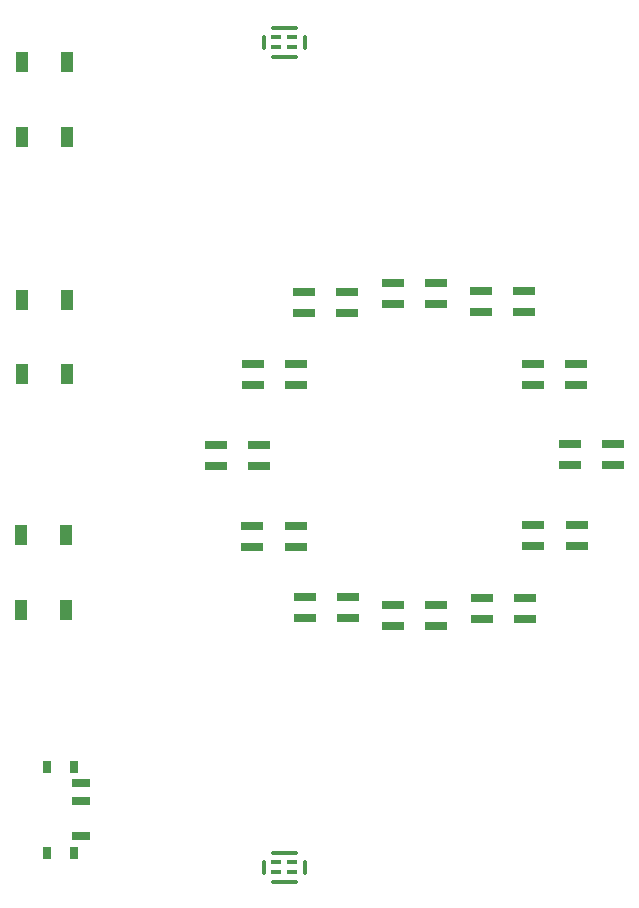
<source format=gbr>
G04 #@! TF.GenerationSoftware,KiCad,Pcbnew,(5.1.6)-1*
G04 #@! TF.CreationDate,2020-08-17T08:46:27-07:00*
G04 #@! TF.ProjectId,Mycroft - Mark 2,4d796372-6f66-4742-902d-204d61726b20,rev?*
G04 #@! TF.SameCoordinates,Original*
G04 #@! TF.FileFunction,Paste,Bot*
G04 #@! TF.FilePolarity,Positive*
%FSLAX46Y46*%
G04 Gerber Fmt 4.6, Leading zero omitted, Abs format (unit mm)*
G04 Created by KiCad (PCBNEW (5.1.6)-1) date 2020-08-17 08:46:27*
%MOMM*%
%LPD*%
G01*
G04 APERTURE LIST*
%ADD10R,1.900000X0.800000*%
%ADD11R,0.950000X0.400000*%
%ADD12R,0.800000X1.000000*%
%ADD13R,1.500000X0.700000*%
%ADD14R,1.000000X1.700000*%
G04 APERTURE END LIST*
D10*
X33991780Y-36038520D03*
X33991780Y-34258520D03*
X37671780Y-36038520D03*
X37671780Y-34258520D03*
X41459380Y-36698920D03*
X41459380Y-34918920D03*
X45139380Y-36698920D03*
X45139380Y-34918920D03*
X45828180Y-42896520D03*
X45828180Y-41116520D03*
X49508180Y-42896520D03*
X49508180Y-41116520D03*
X48977780Y-49703720D03*
X48977780Y-47923720D03*
X52657780Y-49703720D03*
X52657780Y-47923720D03*
X45878980Y-56510920D03*
X45878980Y-54730920D03*
X49558980Y-56510920D03*
X49558980Y-54730920D03*
X41510180Y-62708520D03*
X41510180Y-60928520D03*
X45190180Y-62708520D03*
X45190180Y-60928520D03*
X33991780Y-63318120D03*
X33991780Y-61538120D03*
X37671780Y-63318120D03*
X37671780Y-61538120D03*
X26524180Y-62657720D03*
X26524180Y-60877720D03*
X30204180Y-62657720D03*
X30204180Y-60877720D03*
X22104580Y-56612520D03*
X22104580Y-54832520D03*
X25784580Y-56612520D03*
X25784580Y-54832520D03*
X19005780Y-49754520D03*
X19005780Y-47974520D03*
X22685780Y-49754520D03*
X22685780Y-47974520D03*
X22155380Y-42896520D03*
X22155380Y-41116520D03*
X25835380Y-42896520D03*
X25835380Y-41116520D03*
X26473380Y-36800520D03*
X26473380Y-35020520D03*
X30153380Y-36800520D03*
X30153380Y-35020520D03*
G36*
G01*
X23808330Y-12514120D02*
X25808030Y-12514120D01*
G75*
G02*
X25958180Y-12664270I0J-150150D01*
G01*
X25958180Y-12713970D01*
G75*
G02*
X25808030Y-12864120I-150150J0D01*
G01*
X23808330Y-12864120D01*
G75*
G02*
X23658180Y-12713970I0J150150D01*
G01*
X23658180Y-12664270D01*
G75*
G02*
X23808330Y-12514120I150150J0D01*
G01*
G37*
G36*
G01*
X23808330Y-14964120D02*
X25808030Y-14964120D01*
G75*
G02*
X25958180Y-15114270I0J-150150D01*
G01*
X25958180Y-15163970D01*
G75*
G02*
X25808030Y-15314120I-150150J0D01*
G01*
X23808330Y-15314120D01*
G75*
G02*
X23658180Y-15163970I0J150150D01*
G01*
X23658180Y-15114270D01*
G75*
G02*
X23808330Y-14964120I150150J0D01*
G01*
G37*
G36*
G01*
X26708180Y-13414270D02*
X26708180Y-14413970D01*
G75*
G02*
X26558030Y-14564120I-150150J0D01*
G01*
X26508330Y-14564120D01*
G75*
G02*
X26358180Y-14413970I0J150150D01*
G01*
X26358180Y-13414270D01*
G75*
G02*
X26508330Y-13264120I150150J0D01*
G01*
X26558030Y-13264120D01*
G75*
G02*
X26708180Y-13414270I0J-150150D01*
G01*
G37*
G36*
G01*
X23258180Y-13414270D02*
X23258180Y-14413970D01*
G75*
G02*
X23108030Y-14564120I-150150J0D01*
G01*
X23058330Y-14564120D01*
G75*
G02*
X22908180Y-14413970I0J150150D01*
G01*
X22908180Y-13414270D01*
G75*
G02*
X23058330Y-13264120I150150J0D01*
G01*
X23108030Y-13264120D01*
G75*
G02*
X23258180Y-13414270I0J-150150D01*
G01*
G37*
D11*
X25483180Y-14339120D03*
X25483180Y-13489120D03*
X24133180Y-13489120D03*
X24133180Y-14339120D03*
G36*
G01*
X23808330Y-82364120D02*
X25808030Y-82364120D01*
G75*
G02*
X25958180Y-82514270I0J-150150D01*
G01*
X25958180Y-82563970D01*
G75*
G02*
X25808030Y-82714120I-150150J0D01*
G01*
X23808330Y-82714120D01*
G75*
G02*
X23658180Y-82563970I0J150150D01*
G01*
X23658180Y-82514270D01*
G75*
G02*
X23808330Y-82364120I150150J0D01*
G01*
G37*
G36*
G01*
X23808330Y-84814120D02*
X25808030Y-84814120D01*
G75*
G02*
X25958180Y-84964270I0J-150150D01*
G01*
X25958180Y-85013970D01*
G75*
G02*
X25808030Y-85164120I-150150J0D01*
G01*
X23808330Y-85164120D01*
G75*
G02*
X23658180Y-85013970I0J150150D01*
G01*
X23658180Y-84964270D01*
G75*
G02*
X23808330Y-84814120I150150J0D01*
G01*
G37*
G36*
G01*
X26708180Y-83264270D02*
X26708180Y-84263970D01*
G75*
G02*
X26558030Y-84414120I-150150J0D01*
G01*
X26508330Y-84414120D01*
G75*
G02*
X26358180Y-84263970I0J150150D01*
G01*
X26358180Y-83264270D01*
G75*
G02*
X26508330Y-83114120I150150J0D01*
G01*
X26558030Y-83114120D01*
G75*
G02*
X26708180Y-83264270I0J-150150D01*
G01*
G37*
G36*
G01*
X23258180Y-83264270D02*
X23258180Y-84263970D01*
G75*
G02*
X23108030Y-84414120I-150150J0D01*
G01*
X23058330Y-84414120D01*
G75*
G02*
X22908180Y-84263970I0J150150D01*
G01*
X22908180Y-83264270D01*
G75*
G02*
X23058330Y-83114120I150150J0D01*
G01*
X23108030Y-83114120D01*
G75*
G02*
X23258180Y-83264270I0J-150150D01*
G01*
G37*
X25483180Y-84189120D03*
X25483180Y-83339120D03*
X24133180Y-83339120D03*
X24133180Y-84189120D03*
D12*
X6964900Y-82532240D03*
X6964900Y-75232240D03*
X4754900Y-75232240D03*
X4754900Y-82532240D03*
D13*
X7614900Y-76632240D03*
X7614900Y-78132240D03*
X7614900Y-81132240D03*
D14*
X2527220Y-55656080D03*
X2527220Y-61956080D03*
X6327220Y-55656080D03*
X6327220Y-61956080D03*
X2578020Y-35681520D03*
X2578020Y-41981520D03*
X6378020Y-35681520D03*
X6378020Y-41981520D03*
X2572940Y-15590120D03*
X2572940Y-21890120D03*
X6372940Y-15590120D03*
X6372940Y-21890120D03*
M02*

</source>
